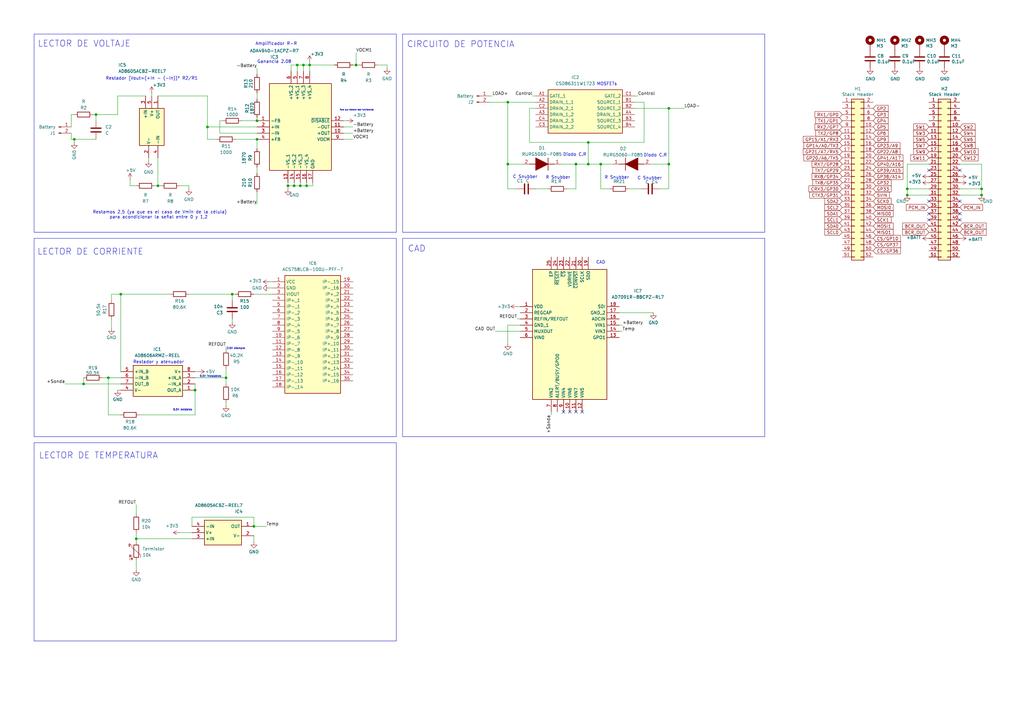
<source format=kicad_sch>
(kicad_sch (version 20250114) (generator "eeschema") (generator_version "9.0")
  (paper "A3")
  (lib_symbols
    (symbol "ACS758LCB-100U-PFF-T:ACS758LCB-100U-PFF-T"
      (property "Reference" "IC" (at 29.21 7.62 0))
      (property "Value" "ACS758LCB-100U-PFF-T" (at 29.21 5.08 0))
      (symbol "ACS758LCB-100U-PFF-T_1_1"
        (pin passive line (at 0 0 0) (length 5.08) (name "VCC") (number "1"))
        (pin passive line (at 0 -2.54 0) (length 5.08) (name "GND") (number "2"))
        (pin passive line (at 0 -5.08 0) (length 5.08) (name "VIOUT") (number "3"))
        (pin passive line (at 0 -7.62 0) (length 5.08) (name "IP+_1") (number "4"))
        (pin passive line (at 0 -10.16 0) (length 5.08) (name "IP-_1") (number "5"))
        (pin passive line (at 0 -12.7 0) (length 5.08) (name "IP-_2") (number "6"))
        (pin passive line (at 0 -15.24 0) (length 5.08) (name "IP-_3") (number "7"))
        (pin passive line (at 0 -17.78 0) (length 5.08) (name "IP-_4") (number "8"))
        (pin passive line (at 0 -20.32 0) (length 5.08) (name "IP-_5") (number "9"))
        (pin passive line (at 0 -22.86 0) (length 5.08) (name "IP-_6") (number "10"))
        (pin passive line (at 0 -25.4 0) (length 5.08) (name "IP-_7") (number "11"))
        (pin passive line (at 0 -27.94 0) (length 5.08) (name "IP-_8") (number "12"))
        (pin passive line (at 0 -30.48 0) (length 5.08) (name "IP-_9") (number "13"))
        (pin passive line (at 0 -33.02 0) (length 5.08) (name "IP-_10") (number "14"))
        (pin passive line (at 0 -35.56 0) (length 5.08) (name "IP-_11") (number "15"))
        (pin passive line (at 0 -38.1 0) (length 5.08) (name "IP-_12") (number "16"))
        (pin passive line (at 0 -40.64 0) (length 5.08) (name "IP-_13") (number "17"))
        (pin passive line (at 0 -43.18 0) (length 5.08) (name "IP-_14") (number "18"))
        (pin passive line (at 33.02 0 180) (length 5.08) (name "IP-_15") (number "19"))
        (pin passive line (at 33.02 -2.54 180) (length 5.08) (name "IP-_16") (number "20"))
        (pin passive line (at 33.02 -5.08 180) (length 5.08) (name "IP+_2") (number "21"))
        (pin passive line (at 33.02 -7.62 180) (length 5.08) (name "IP+_3") (number "22"))
        (pin passive line (at 33.02 -10.16 180) (length 5.08) (name "IP+_4") (number "23"))
        (pin passive line (at 33.02 -12.7 180) (length 5.08) (name "IP+_5") (number "24"))
        (pin passive line (at 33.02 -15.24 180) (length 5.08) (name "IP+_6") (number "25"))
        (pin passive line (at 33.02 -17.78 180) (length 5.08) (name "IP+_7") (number "26"))
        (pin passive line (at 33.02 -20.32 180) (length 5.08) (name "IP+_8") (number "27"))
        (pin passive line (at 33.02 -22.86 180) (length 5.08) (name "IP+_9") (number "28"))
        (pin passive line (at 33.02 -25.4 180) (length 5.08) (name "IP+_10") (number "29"))
        (pin passive line (at 33.02 -27.94 180) (length 5.08) (name "IP+_11") (number "30"))
        (pin passive line (at 33.02 -30.48 180) (length 5.08) (name "IP+_12") (number "31"))
        (pin passive line (at 33.02 -33.02 180) (length 5.08) (name "IP+_13") (number "32"))
        (pin passive line (at 33.02 -35.56 180) (length 5.08) (name "IP+_14") (number "33"))
        (pin passive line (at 33.02 -38.1 180) (length 5.08) (name "IP+_15") (number "34"))
        (pin passive line (at 33.02 -40.64 180) (length 5.08) (name "IP+_16") (number "35"))
      )
    )
    (symbol "AD7091R-8BCPZ-RL7:AD7091R-8BCPZ-RL7"
      (property "Reference" "IC" (at 36.83 20.32 0))
      (property "Value" "AD7091R-8BCPZ-RL7" (at 36.83 17.78 0))
      (symbol "AD7091R-8BCPZ-RL7_1_1"
        (pin passive line (at 0 0 0) (length 5.08) (name "VDD") (number "1"))
        (pin passive line (at 0 -2.54 0) (length 5.08) (name "REGCAP") (number "2"))
        (pin passive line (at 0 -5.08 0) (length 5.08) (name "REFIN/REFOUT") (number "3"))
        (pin passive line (at 0 -7.62 0) (length 5.08) (name "GND_1") (number "4"))
        (pin passive line (at 0 -10.16 0) (length 5.08) (name "MUXOUT") (number "5"))
        (pin passive line (at 0 -12.7 0) (length 5.08) (name "VIN0") (number "6"))
        (pin passive line (at 12.7 20.32 270) (length 5.08) (name "EP") (number "25"))
        (pin passive line (at 12.7 -43.18 90) (length 5.08) (name "VIN2") (number "7"))
        (pin passive line (at 15.24 20.32 270) (length 5.08) (name "~{RESET}") (number "24"))
        (pin passive line (at 15.24 -43.18 90) (length 5.08) (name "ALERT/BUSY/GPO0") (number "8"))
        (pin passive line (at 17.78 20.32 270) (length 5.08) (name "~{CS}") (number "23"))
        (pin passive line (at 17.78 -43.18 90) (length 5.08) (name "VIN4") (number "9"))
        (pin passive line (at 20.32 20.32 270) (length 5.08) (name "VDRIVE") (number "22"))
        (pin passive line (at 20.32 -43.18 90) (length 5.08) (name "VIN6") (number "10"))
        (pin passive line (at 22.86 20.32 270) (length 5.08) (name "~{CONVST}") (number "21"))
        (pin passive line (at 22.86 -43.18 90) (length 5.08) (name "VIN7") (number "11"))
        (pin passive line (at 25.4 20.32 270) (length 5.08) (name "SCLK") (number "20"))
        (pin passive line (at 25.4 -43.18 90) (length 5.08) (name "VIN5") (number "12"))
        (pin passive line (at 27.94 20.32 270) (length 5.08) (name "SDO") (number "19"))
        (pin passive line (at 40.64 0 180) (length 5.08) (name "SDI") (number "18"))
        (pin passive line (at 40.64 -2.54 180) (length 5.08) (name "GND_2") (number "17"))
        (pin passive line (at 40.64 -5.08 180) (length 5.08) (name "ADCIN") (number "16"))
        (pin passive line (at 40.64 -7.62 180) (length 5.08) (name "VIN1") (number "15"))
        (pin passive line (at 40.64 -10.16 180) (length 5.08) (name "VIN3") (number "14"))
        (pin passive line (at 40.64 -12.7 180) (length 5.08) (name "GPO1") (number "13"))
      )
    )
    (symbol "AD8605ACBZ-REEL7:AD8605ACBZ-REEL7"
      (property "Reference" "IC5" (at 11.4299 3.81 90))
      (property "Value" "AD8605ACBZ-REEL7" (at 13.9699 3.81 90))
      (symbol "AD8605ACBZ-REEL7_1_1"
        (pin passive line (at 0 0 0) (length 5.08) (name "OUT") (number "1"))
        (pin passive line (at 0 -2.54 0) (length 5.08) (name "V+") (number "5"))
        (pin passive line (at 0 -5.08 0) (length 5.08) (name "+IN") (number "3"))
        (pin passive line (at 25.4 0 180) (length 5.08) (name "-IN") (number "4"))
        (pin passive line (at 25.4 -3.81 180) (length 5.08) (name "V-") (number "2"))
      )
    )
    (symbol "AD8605ACBZ-REEL7_1"
      (property "Reference" "IC4" (at 20.828 6.096 0))
      (property "Value" "AD8605ACBZ-REEL7" (at 20.828 8.636 0))
      (symbol "AD8605ACBZ-REEL7_1_1_1"
        (pin passive line (at 0 0 0) (length 5.08) (name "-IN") (number "4"))
        (pin passive line (at 0 -2.54 0) (length 5.08) (name "V+") (number "5"))
        (pin passive line (at 0 -5.08 0) (length 5.08) (name "+IN") (number "3"))
        (pin passive line (at 25.4 0 180) (length 5.08) (name "OUT") (number "1"))
        (pin passive line (at 25.4 -3.81 180) (length 5.08) (name "V-") (number "2"))
      )
    )
    (symbol "AD8606ARMZ-REEL:AD8606ARMZ-REEL"
      (property "Reference" "IC1" (at 15.24 -15.24 0))
      (property "Value" "AD8606ARMZ-REEL" (at 15.24 -12.7 0))
      (symbol "AD8606ARMZ-REEL_1_1"
        (pin passive line (at 0 0 0) (length 5.08) (name "OUT_A") (number "1"))
        (pin passive line (at 0 -2.54 0) (length 5.08) (name "-IN_A") (number "2"))
        (pin passive line (at 0 -5.08 0) (length 5.08) (name "+IN_A") (number "3"))
        (pin passive line (at 0 -7.62 0) (length 5.08) (name "V+") (number "8"))
        (pin passive line (at 30.48 0 180) (length 5.08) (name "V-") (number "4"))
        (pin passive line (at 30.48 -2.54 180) (length 5.08) (name "OUT_B") (number "7"))
        (pin passive line (at 30.48 -5.08 180) (length 5.08) (name "-IN_B") (number "6"))
        (pin passive line (at 30.48 -7.62 180) (length 5.08) (name "+IN_B") (number "5"))
      )
    )
    (symbol "ADA4940-1ACPZ-R7:ADA4940-1ACPZ-R7"
      (property "Reference" "IC3" (at 0.508 20.32 0))
      (property "Value" "ADA4940-1ACPZ-R7" (at -7.874 23.114 0))
      (symbol "ADA4940-1ACPZ-R7_1_1"
        (pin passive line (at 0 0 0) (length 5.08) (name "-FB") (number "1"))
        (pin passive line (at 0 -2.54 0) (length 5.08) (name "+IN") (number "2"))
        (pin passive line (at 0 -5.08 0) (length 5.08) (name "-IN") (number "3"))
        (pin passive line (at 0 -7.62 0) (length 5.08) (name "+FB") (number "4"))
        (pin passive line (at 12.7 -25.4 90) (length 5.08) (name "-VS_1") (number "13"))
        (pin passive line (at 13.97 20.32 270) (length 5.08) (name "+VS_2") (number "6"))
        (pin passive line (at 15.24 -25.4 90) (length 5.08) (name "-VS_2") (number "14"))
        (pin passive line (at 16.51 20.32 270) (length 5.08) (name "+VS_1") (number "5"))
        (pin passive line (at 17.78 -25.4 90) (length 5.08) (name "-VS_3") (number "15"))
        (pin passive line (at 19.05 20.32 270) (length 5.08) (name "+VS_3") (number "7"))
        (pin passive line (at 20.32 -25.4 90) (length 5.08) (name "-VS_4") (number "16"))
        (pin passive line (at 21.59 20.32 270) (length 5.08) (name "+VS_4") (number "8"))
        (pin passive line (at 22.86 -25.4 90) (length 5.08) (name "GND") (number "17"))
        (pin passive line (at 35.56 0 180) (length 5.08) (name "~{DISABLE}") (number "12"))
        (pin passive line (at 35.56 -2.54 180) (length 5.08) (name "-OUT") (number "11"))
        (pin passive line (at 35.56 -5.08 180) (length 5.08) (name "+OUT") (number "10"))
        (pin passive line (at 35.56 -7.62 180) (length 5.08) (name "VOCM") (number "9"))
      )
    )
    (symbol "CSD86311W1723:CSD86311W1723"
      (property "Reference" "IC2" (at 16.256 7.62 0))
      (property "Value" "CSD86311W1723" (at 16.256 5.08 0))
      (symbol "CSD86311W1723_1_1"
        (pin passive line (at 0 0 0) (length 5.08) (name "GATE_1") (number "A1"))
        (pin passive line (at 0 -2.54 0) (length 5.08) (name "DRAIN_1_1") (number "A2"))
        (pin passive line (at 0 -5.08 0) (length 5.08) (name "DRAIN_2_1") (number "C2"))
        (pin passive line (at 0 -7.62 0) (length 5.08) (name "DRAIN_1_2") (number "A3"))
        (pin passive line (at 0 -10.16 0) (length 5.08) (name "DRAIN_2_3") (number "C4"))
        (pin passive line (at 0 -12.7 0) (length 5.08) (name "DRAIN_2_2") (number "C3"))
        (pin passive line (at 40.64 0 180) (length 5.08) (name "GATE_2") (number "C1"))
        (pin passive line (at 40.64 -2.54 180) (length 5.08) (name "SOURCE_1") (number "B1"))
        (pin passive line (at 40.64 -5.08 180) (length 5.08) (name "SOURCE_2") (number "B2"))
        (pin passive line (at 40.64 -7.62 180) (length 5.08) (name "DRAIN_1_3") (number "A4"))
        (pin passive line (at 40.64 -10.16 180) (length 5.08) (name "SOURCE_3") (number "B3"))
        (pin passive line (at 40.64 -12.7 180) (length 5.08) (name "SOURCE_4") (number "B4"))
      )
    )
    (symbol "Connector:Conn_01x02_Pin" (pin_names (offset 1.016) (hide yes))
      (property "Reference" "J" (at 0 2.54 0))
      (property "Value" "Conn_01x02_Pin" (at 0 -5.08 0))
      (symbol "Conn_01x02_Pin_1_1"
        (pin passive line (at 5.08 0 180) (length 3.81) (name "Pin_1") (number "1"))
        (pin passive line (at 5.08 -2.54 180) (length 3.81) (name "Pin_2") (number "2"))
      )
    )
    (symbol "Connector_Generic:Conn_02x26_Odd_Even" (pin_names (offset 1.016) (hide yes))
      (property "Reference" "J" (at 1.27 33.02 0))
      (property "Value" "Conn_02x26_Odd_Even" (at 1.27 -35.56 0))
      (symbol "Conn_02x26_Odd_Even_1_1"
        (pin passive line (at -5.08 30.48 0) (length 3.81) (name "Pin_1") (number "1"))
        (pin passive line (at -5.08 27.94 0) (length 3.81) (name "Pin_3") (number "3"))
        (pin passive line (at -5.08 25.4 0) (length 3.81) (name "Pin_5") (number "5"))
        (pin passive line (at -5.08 22.86 0) (length 3.81) (name "Pin_7") (number "7"))
        (pin passive line (at -5.08 20.32 0) (length 3.81) (name "Pin_9") (number "9"))
        (pin passive line (at -5.08 17.78 0) (length 3.81) (name "Pin_11") (number "11"))
        (pin passive line (at -5.08 15.24 0) (length 3.81) (name "Pin_13") (number "13"))
        (pin passive line (at -5.08 12.7 0) (length 3.81) (name "Pin_15") (number "15"))
        (pin passive line (at -5.08 10.16 0) (length 3.81) (name "Pin_17") (number "17"))
        (pin passive line (at -5.08 7.62 0) (length 3.81) (name "Pin_19") (number "19"))
        (pin passive line (at -5.08 5.08 0) (length 3.81) (name "Pin_21") (number "21"))
        (pin passive line (at -5.08 2.54 0) (length 3.81) (name "Pin_23") (number "23"))
        (pin passive line (at -5.08 0 0) (length 3.81) (name "Pin_25") (number "25"))
        (pin passive line (at -5.08 -2.54 0) (length 3.81) (name "Pin_27") (number "27"))
        (pin passive line (at -5.08 -5.08 0) (length 3.81) (name "Pin_29") (number "29"))
        (pin passive line (at -5.08 -7.62 0) (length 3.81) (name "Pin_31") (number "31"))
        (pin passive line (at -5.08 -10.16 0) (length 3.81) (name "Pin_33") (number "33"))
        (pin passive line (at -5.08 -12.7 0) (length 3.81) (name "Pin_35") (number "35"))
        (pin passive line (at -5.08 -15.24 0) (length 3.81) (name "Pin_37") (number "37"))
        (pin passive line (at -5.08 -17.78 0) (length 3.81) (name "Pin_39") (number "39"))
        (pin passive line (at -5.08 -20.32 0) (length 3.81) (name "Pin_41") (number "41"))
        (pin passive line (at -5.08 -22.86 0) (length 3.81) (name "Pin_43") (number "43"))
        (pin passive line (at -5.08 -25.4 0) (length 3.81) (name "Pin_45") (number "45"))
        (pin passive line (at -5.08 -27.94 0) (length 3.81) (name "Pin_47") (number "47"))
        (pin passive line (at -5.08 -30.48 0) (length 3.81) (name "Pin_49") (number "49"))
        (pin passive line (at -5.08 -33.02 0) (length 3.81) (name "Pin_51") (number "51"))
        (pin passive line (at 7.62 30.48 180) (length 3.81) (name "Pin_2") (number "2"))
        (pin passive line (at 7.62 27.94 180) (length 3.81) (name "Pin_4") (number "4"))
        (pin passive line (at 7.62 25.4 180) (length 3.81) (name "Pin_6") (number "6"))
        (pin passive line (at 7.62 22.86 180) (length 3.81) (name "Pin_8") (number "8"))
        (pin passive line (at 7.62 20.32 180) (length 3.81) (name "Pin_10") (number "10"))
        (pin passive line (at 7.62 17.78 180) (length 3.81) (name "Pin_12") (number "12"))
        (pin passive line (at 7.62 15.24 180) (length 3.81) (name "Pin_14") (number "14"))
        (pin passive line (at 7.62 12.7 180) (length 3.81) (name "Pin_16") (number "16"))
        (pin passive line (at 7.62 10.16 180) (length 3.81) (name "Pin_18") (number "18"))
        (pin passive line (at 7.62 7.62 180) (length 3.81) (name "Pin_20") (number "20"))
        (pin passive line (at 7.62 5.08 180) (length 3.81) (name "Pin_22") (number "22"))
        (pin passive line (at 7.62 2.54 180) (length 3.81) (name "Pin_24") (number "24"))
        (pin passive line (at 7.62 0 180) (length 3.81) (name "Pin_26") (number "26"))
        (pin passive line (at 7.62 -2.54 180) (length 3.81) (name "Pin_28") (number "28"))
        (pin passive line (at 7.62 -5.08 180) (length 3.81) (name "Pin_30") (number "30"))
        (pin passive line (at 7.62 -7.62 180) (length 3.81) (name "Pin_32") (number "32"))
        (pin passive line (at 7.62 -10.16 180) (length 3.81) (name "Pin_34") (number "34"))
        (pin passive line (at 7.62 -12.7 180) (length 3.81) (name "Pin_36") (number "36"))
        (pin passive line (at 7.62 -15.24 180) (length 3.81) (name "Pin_38") (number "38"))
        (pin passive line (at 7.62 -17.78 180) (length 3.81) (name "Pin_40") (number "40"))
        (pin passive line (at 7.62 -20.32 180) (length 3.81) (name "Pin_42") (number "42"))
        (pin passive line (at 7.62 -22.86 180) (length 3.81) (name "Pin_44") (number "44"))
        (pin passive line (at 7.62 -25.4 180) (length 3.81) (name "Pin_46") (number "46"))
        (pin passive line (at 7.62 -27.94 180) (length 3.81) (name "Pin_48") (number "48"))
        (pin passive line (at 7.62 -30.48 180) (length 3.81) (name "Pin_50") (number "50"))
        (pin passive line (at 7.62 -33.02 180) (length 3.81) (name "Pin_52") (number "52"))
      )
    )
    (symbol "Device:C" (pin_numbers (hide yes)) (pin_names (offset 0.254))
      (property "Reference" "C" (at 0.635 2.54 0))
      (property "Value" "C" (at 0.635 -2.54 0))
      (symbol "C_1_1"
        (pin passive line (at 0 3.81 270) (length 2.794) (name "~") (number "1"))
        (pin passive line (at 0 -3.81 90) (length 2.794) (name "~") (number "2"))
      )
    )
    (symbol "Device:R" (pin_numbers (hide yes)) (pin_names (offset 0))
      (property "Reference" "R" (at 2.032 0 90))
      (property "Value" "R" (at 0 0 90))
      (symbol "R_1_1"
        (pin passive line (at 0 3.81 270) (length 1.27) (name "~") (number "1"))
        (pin passive line (at 0 -3.81 90) (length 1.27) (name "~") (number "2"))
      )
    )
    (symbol "Device:Thermistor_NTC" (pin_numbers (hide yes)) (pin_names (offset 0))
      (property "Reference" "TH" (at -4.445 0 90))
      (property "Value" "Thermistor_NTC" (at 3.175 0 90))
      (symbol "Thermistor_NTC_1_1"
        (pin passive line (at 0 3.81 270) (length 1.27) (name "~") (number "1"))
        (pin passive line (at 0 -3.81 90) (length 1.27) (name "~") (number "2"))
      )
    )
    (symbol "Mechanical:MountingHole_Pad" (pin_numbers (hide yes)) (pin_names (offset 1.016) (hide yes))
      (property "Reference" "H" (at 0 6.35 0))
      (property "Value" "MountingHole_Pad" (at 0 4.445 0))
      (symbol "MountingHole_Pad_1_1"
        (pin input line (at 0 -2.54 90) (length 2.54) (name "1") (number "1"))
      )
    )
    (symbol "RURG5060-F085:RURG5060-F085" (pin_names (hide yes))
      (property "Reference" "D" (at 11.43 5.08 0))
      (property "Value" "RURG5060-F085" (at 11.43 2.54 0))
      (symbol "RURG5060-F085_1_1"
        (pin passive line (at 0 0 0) (length 2.54) (name "K") (number "1"))
        (pin passive line (at 15.24 0 180) (length 2.54) (name "A") (number "2"))
      )
    )
    (symbol "Sensor_Temperature:DS18B20"
      (property "Reference" "U" (at -3.81 6.35 0))
      (property "Value" "DS18B20" (at 6.35 6.35 0))
      (symbol "DS18B20_1_1"
        (pin power_in line (at 0 7.62 270) (length 2.54) (name "V_{DD}") (number "3"))
        (pin power_in line (at 0 -7.62 90) (length 2.54) (name "GND") (number "1"))
        (pin bidirectional line (at 7.62 0 180) (length 2.54) (name "DQ") (number "2"))
      )
    )
    (symbol "power:+3V3" (power) (pin_names (offset 0))
      (property "Value" "+3V3" (at 0 3.556 0))
      (symbol "+3V3_1_1"
        (pin power_in line (at 0 0 90) (length 0) (hide yes) (name "+3V3") (number "1"))
      )
    )
    (symbol "power:+5V" (power) (pin_names (offset 0))
      (property "Value" "+5V" (at 0 3.556 0))
      (symbol "+5V_1_1"
        (pin power_in line (at 0 0 90) (length 0) (hide yes) (name "+5V") (number "1"))
      )
    )
    (symbol "power:+BATT" (power) (pin_names (offset 0))
      (property "Value" "+BATT" (at 0 3.556 0))
      (symbol "+BATT_1_1"
        (pin power_in line (at 0 0 90) (length 0) (hide yes) (name "+BATT") (number "1"))
      )
    )
    (symbol "power:GND" (power) (pin_names (offset 0))
      (property "Value" "GND" (at 0 -3.81 0))
      (symbol "GND_1_1"
        (pin power_in line (at 0 0 270) (length 0) (hide yes) (name "GND") (number "1"))
      )
    )
  )
  (rectangle (start 165.1 97.79) (end 313.69 179.07))
  (rectangle (start 13.97 181.61) (end 162.56 262.89))
  (rectangle (start 13.97 13.97) (end 162.56 95.25))
  (rectangle (start 13.97 97.79) (end 162.56 179.07))
  (rectangle (start 165.1 13.97) (end 313.69 95.25))
  (text "Amplificador R-R" (at 113.284 18.034 0) (effects (font (size 1.27 1.27))))
  (text "LECTOR DE TEMPERATURA" (at 40.386 186.944 0) (effects (font (size 2.54 2.54))))
  (text "2.5V siempre " (at 97.028 143.002 0) (effects (font (size 0.762 0.762))))
  (text "Para que siempre este funcionando" (at 146.304 45.212 0) (effects (font (size 0.508 0.508))))
  (text "CAD\n" (at 246.38 107.696 0) (effects (font (size 1.27 1.27))))
  (text "R Snubber\n" (at 252.984 72.898 0) (effects (font (size 1.27 1.27))))
  (text "0.5V estables\n" (at 74.93 168.148 0) (effects (font (size 0.762 0.762))))
  (text "Diodo C.R" (at 268.732 63.754 0) (effects (font (size 1.27 1.27))))
  (text "Ganancia 2.08\n" (at 112.522 25.4 0) (effects (font (size 1.27 1.27))))
  (text "C Snubber\n" (at 266.446 73.152 0) (effects (font (size 1.27 1.27))))
  (text "Restador y atenuador\n" (at 65.024 148.59 0) (effects (font (size 1.27 1.27))))
  (text "C Snubber\n" (at 215.392 72.644 0) (effects (font (size 1.27 1.27))))
  (text "R Snubber\n" (at 228.854 72.898 0) (effects (font (size 1.27 1.27))))
  (text "LECTOR DE VOLTAJE" (at 34.544 18.034 0) (effects (font (size 2.54 2.54))))
  (text "LECTOR DE CORRIENTE" (at 37.084 103.378 0) (effects (font (size 2.54 2.54))))
  (text "Diodo C.R" (at 235.712 63.5 0) (effects (font (size 1.27 1.27))))
  (text "Restamos 2,5 (ya que es el caso de Vmin de la célula)\npara acondicionar la señal entre 0 y 1,2 \n" (at 65.532 88.138 0) (effects (font (size 1.27 1.27))))
  (text "CIRCUITO DE POTENCIA" (at 188.976 18.288 0) (effects (font (size 2.54 2.54))))
  (text "0.5V inestables\n" (at 86.36 154.432 0) (effects (font (size 0.762 0.762))))
  (text "MOSFETs\n" (at 248.92 34.544 0) (effects (font (size 1.27 1.27))))
  (text "Restador [Vout=(+In - (-In))* R2/R1" (at 62.23 32.258 0) (effects (font (size 1.27 1.27))))
  (text "CAD" (at 170.942 102.108 0) (effects (font (size 2.54 2.54))))
  (text "No se ha encontrado símbolo ni huella del sensor de temperatura escogido" (at -52.832 161.798 0) (effects (font (size 1.27 1.27))))
  (junction (at 85.09 52.07))
  (junction (at 402.59 80.01))
  (junction (at 39.37 46.99))
  (junction (at 208.28 67.31))
  (junction (at 80.01 160.02))
  (junction (at 241.3 67.31))
  (junction (at 44.45 154.94))
  (junction (at 64.77 76.2))
  (junction (at 124.46 26.67))
  (junction (at 236.22 67.31))
  (junction (at 95.25 120.65))
  (junction (at 274.32 44.45))
  (junction (at 372.11 77.47))
  (junction (at 55.88 220.98))
  (junction (at 246.38 67.31))
  (junction (at 30.48 57.15))
  (junction (at 34.29 157.48))
  (junction (at 208.28 41.91))
  (junction (at 121.92 26.67))
  (junction (at 120.65 76.2))
  (junction (at 125.73 76.2))
  (junction (at 104.14 215.9))
  (junction (at 402.59 77.47))
  (junction (at 372.11 80.01))
  (junction (at 241.3 58.42))
  (junction (at 118.11 76.2))
  (junction (at 105.41 57.15))
  (junction (at 49.53 120.65))
  (junction (at 127 26.67))
  (junction (at 92.71 154.94))
  (junction (at 123.19 76.2))
  (junction (at 146.05 26.67))
  (junction (at 274.32 67.31))
  (junction (at 105.41 49.53))
  (no_connect (at 381 87.63))
  (no_connect (at 381 82.55))
  (no_connect (at 393.7 82.55))
  (no_connect (at 238.76 168.91))
  (no_connect (at 233.68 168.91))
  (no_connect (at 236.22 168.91))
  (no_connect (at 231.14 168.91))
  (no_connect (at 381 69.85))
  (no_connect (at 381 90.17))
  (no_connect (at 393.7 87.63))
  (no_connect (at 393.7 90.17))
  (no_connect (at 393.7 69.85))
  (wire (pts (xy 38.1 46.99) (xy 39.37 46.99)))
  (wire (pts (xy 208.28 41.91) (xy 219.71 41.91)))
  (wire (pts (xy 254 135.89) (xy 255.27 135.89)))
  (wire (pts (xy 104.14 215.9) (xy 104.14 212.09)))
  (wire (pts (xy 158.75 26.67) (xy 158.75 27.94)))
  (wire (pts (xy 92.71 151.13) (xy 92.71 154.94)))
  (wire (pts (xy 85.09 57.15) (xy 85.09 52.07)))
  (wire (pts (xy 92.71 142.24) (xy 92.71 143.51)))
  (wire (pts (xy 30.48 57.15) (xy 39.37 57.15)))
  (wire (pts (xy 59.69 39.37) (xy 48.26 39.37)))
  (wire (pts (xy 127 29.21) (xy 127 26.67)))
  (wire (pts (xy 127 26.67) (xy 127 25.4)))
  (wire (pts (xy 203.2 135.89) (xy 213.36 135.89)))
  (wire (pts (xy 200.66 39.37) (xy 201.93 39.37)))
  (wire (pts (xy 90.17 49.53) (xy 91.44 49.53)))
  (wire (pts (xy 274.32 44.45) (xy 274.32 67.31)))
  (wire (pts (xy 226.06 168.91) (xy 226.06 170.18)))
  (wire (pts (xy 140.97 54.61) (xy 144.78 54.61)))
  (wire (pts (xy 208.28 67.31) (xy 208.28 77.47)))
  (wire (pts (xy 41.91 154.94) (xy 44.45 154.94)))
  (wire (pts (xy 105.41 57.15) (xy 105.41 60.96)))
  (wire (pts (xy 128.27 76.2) (xy 125.73 76.2)))
  (wire (pts (xy 154.94 26.67) (xy 158.75 26.67)))
  (wire (pts (xy 212.09 130.81) (xy 213.36 130.81)))
  (wire (pts (xy 80.01 152.4) (xy 81.28 152.4)))
  (wire (pts (xy 121.92 29.21) (xy 121.92 26.67)))
  (wire (pts (xy 39.37 46.99) (xy 39.37 49.53)))
  (wire (pts (xy 124.46 29.21) (xy 124.46 26.67)))
  (wire (pts (xy 110.49 115.57) (xy 111.76 115.57)))
  (wire (pts (xy 29.21 52.07) (xy 29.21 46.99)))
  (wire (pts (xy 105.41 68.58) (xy 105.41 71.12)))
  (wire (pts (xy 34.29 154.94) (xy 34.29 157.48)))
  (wire (pts (xy 121.92 26.67) (xy 119.38 26.67)))
  (wire (pts (xy 99.06 49.53) (xy 105.41 49.53)))
  (wire (pts (xy 92.71 165.1) (xy 92.71 166.37)))
  (wire (pts (xy 146.05 21.59) (xy 146.05 26.67)))
  (wire (pts (xy 254 133.35) (xy 255.27 133.35)))
  (wire (pts (xy 219.71 44.45) (xy 217.17 44.45)))
  (wire (pts (xy 280.67 44.45) (xy 274.32 44.45)))
  (wire (pts (xy 105.41 40.64) (xy 105.41 38.1)))
  (wire (pts (xy 49.53 120.65) (xy 69.85 120.65)))
  (wire (pts (xy 270.51 77.47) (xy 274.32 77.47)))
  (wire (pts (xy 372.11 67.31) (xy 372.11 77.47)))
  (wire (pts (xy 85.09 39.37) (xy 85.09 52.07)))
  (wire (pts (xy 208.28 41.91) (xy 208.28 67.31)))
  (wire (pts (xy 125.73 74.93) (xy 125.73 76.2)))
  (wire (pts (xy 44.45 154.94) (xy 49.53 154.94)))
  (wire (pts (xy 218.44 39.37) (xy 219.71 39.37)))
  (wire (pts (xy 372.11 80.01) (xy 381 80.01)))
  (wire (pts (xy 55.88 229.87) (xy 55.88 233.68)))
  (wire (pts (xy 260.35 41.91) (xy 264.16 41.91)))
  (wire (pts (xy 372.11 77.47) (xy 381 77.47)))
  (wire (pts (xy 30.48 57.15) (xy 29.21 57.15)))
  (wire (pts (xy 128.27 74.93) (xy 128.27 76.2)))
  (wire (pts (xy 144.78 26.67) (xy 146.05 26.67)))
  (wire (pts (xy 246.38 77.47) (xy 250.19 77.47)))
  (wire (pts (xy 200.66 41.91) (xy 208.28 41.91)))
  (wire (pts (xy 266.7 67.31) (xy 274.32 67.31)))
  (wire (pts (xy 53.34 73.66) (xy 53.34 76.2)))
  (wire (pts (xy 73.66 76.2) (xy 77.47 76.2)))
  (wire (pts (xy 217.17 44.45) (xy 217.17 58.42)))
  (wire (pts (xy 26.67 157.48) (xy 34.29 157.48)))
  (wire (pts (xy 90.17 54.61) (xy 105.41 54.61)))
  (wire (pts (xy 241.3 67.31) (xy 246.38 67.31)))
  (wire (pts (xy 120.65 74.93) (xy 120.65 76.2)))
  (wire (pts (xy 55.88 220.98) (xy 78.74 220.98)))
  (wire (pts (xy 34.29 157.48) (xy 49.53 157.48)))
  (wire (pts (xy 63.5 76.2) (xy 64.77 76.2)))
  (wire (pts (xy 262.89 77.47) (xy 257.81 77.47)))
  (wire (pts (xy 217.17 58.42) (xy 241.3 58.42)))
  (wire (pts (xy 208.28 77.47) (xy 212.09 77.47)))
  (wire (pts (xy 261.62 39.37) (xy 260.35 39.37)))
  (wire (pts (xy 264.16 41.91) (xy 264.16 58.42)))
  (wire (pts (xy 120.65 76.2) (xy 123.19 76.2)))
  (wire (pts (xy 236.22 67.31) (xy 236.22 77.47)))
  (wire (pts (xy 105.41 27.94) (xy 105.41 30.48)))
  (wire (pts (xy 92.71 154.94) (xy 92.71 157.48)))
  (wire (pts (xy 104.14 215.9) (xy 109.22 215.9)))
  (wire (pts (xy 118.11 76.2) (xy 120.65 76.2)))
  (wire (pts (xy 146.05 26.67) (xy 147.32 26.67)))
  (wire (pts (xy 393.7 80.01) (xy 402.59 80.01)))
  (wire (pts (xy 127 26.67) (xy 124.46 26.67)))
  (wire (pts (xy 49.53 170.18) (xy 44.45 170.18)))
  (wire (pts (xy 241.3 58.42) (xy 241.3 67.31)))
  (wire (pts (xy 274.32 67.31) (xy 274.32 77.47)))
  (wire (pts (xy 62.23 38.1) (xy 62.23 39.37)))
  (wire (pts (xy 85.09 52.07) (xy 105.41 52.07)))
  (wire (pts (xy 402.59 67.31) (xy 402.59 77.47)))
  (wire (pts (xy 119.38 29.21) (xy 119.38 26.67)))
  (wire (pts (xy 29.21 57.15) (xy 29.21 54.61)))
  (wire (pts (xy 402.59 67.31) (xy 393.7 67.31)))
  (wire (pts (xy 77.47 120.65) (xy 95.25 120.65)))
  (wire (pts (xy 402.59 77.47) (xy 402.59 80.01)))
  (wire (pts (xy 96.52 57.15) (xy 105.41 57.15)))
  (wire (pts (xy 77.47 76.2) (xy 77.47 77.47)))
  (wire (pts (xy 64.77 64.77) (xy 64.77 76.2)))
  (wire (pts (xy 104.14 219.71) (xy 104.14 222.25)))
  (wire (pts (xy 219.71 77.47) (xy 224.79 77.47)))
  (wire (pts (xy 48.26 160.02) (xy 49.53 160.02)))
  (wire (pts (xy 55.88 207.01) (xy 55.88 210.82)))
  (wire (pts (xy 53.34 76.2) (xy 55.88 76.2)))
  (wire (pts (xy 95.25 120.65) (xy 96.52 120.65)))
  (wire (pts (xy 254 128.27) (xy 267.97 128.27)))
  (wire (pts (xy 229.87 67.31) (xy 236.22 67.31)))
  (wire (pts (xy 104.14 120.65) (xy 111.76 120.65)))
  (wire (pts (xy 212.09 125.73) (xy 213.36 125.73)))
  (wire (pts (xy 39.37 46.99) (xy 48.26 46.99)))
  (wire (pts (xy 213.36 133.35) (xy 208.28 133.35)))
  (wire (pts (xy 232.41 77.47) (xy 236.22 77.47)))
  (wire (pts (xy 127 26.67) (xy 137.16 26.67)))
  (wire (pts (xy 140.97 57.15) (xy 144.78 57.15)))
  (wire (pts (xy 264.16 58.42) (xy 241.3 58.42)))
  (wire (pts (xy 80.01 157.48) (xy 80.01 160.02)))
  (wire (pts (xy 125.73 76.2) (xy 123.19 76.2)))
  (wire (pts (xy 78.74 212.09) (xy 78.74 215.9)))
  (wire (pts (xy 80.01 170.18) (xy 57.15 170.18)))
  (wire (pts (xy 251.46 67.31) (xy 246.38 67.31)))
  (wire (pts (xy 73.66 218.44) (xy 78.74 218.44)))
  (wire (pts (xy 393.7 77.47) (xy 402.59 77.47)))
  (wire (pts (xy 29.21 46.99) (xy 30.48 46.99)))
  (wire (pts (xy 64.77 39.37) (xy 85.09 39.37)))
  (wire (pts (xy 104.14 212.09) (xy 78.74 212.09)))
  (wire (pts (xy 372.11 77.47) (xy 372.11 80.01)))
  (wire (pts (xy 214.63 67.31) (xy 208.28 67.31)))
  (wire (pts (xy 124.46 26.67) (xy 121.92 26.67)))
  (wire (pts (xy 90.17 54.61) (xy 90.17 49.53)))
  (wire (pts (xy 45.72 123.19) (xy 45.72 120.65)))
  (wire (pts (xy 95.25 120.65) (xy 95.25 123.19)))
  (wire (pts (xy 246.38 67.31) (xy 246.38 77.47)))
  (wire (pts (xy 381 67.31) (xy 372.11 67.31)))
  (wire (pts (xy 140.97 49.53) (xy 142.24 49.53)))
  (wire (pts (xy 140.97 52.07) (xy 144.78 52.07)))
  (wire (pts (xy 95.25 130.81) (xy 95.25 132.08)))
  (wire (pts (xy 55.88 220.98) (xy 55.88 222.25)))
  (wire (pts (xy 45.72 130.81) (xy 45.72 134.62)))
  (wire (pts (xy 80.01 154.94) (xy 92.71 154.94)))
  (wire (pts (xy 208.28 133.35) (xy 208.28 140.97)))
  (wire (pts (xy 118.11 77.47) (xy 118.11 76.2)))
  (wire (pts (xy 44.45 154.94) (xy 44.45 170.18)))
  (wire (pts (xy 80.01 160.02) (xy 80.01 170.18)))
  (wire (pts (xy 30.48 57.15) (xy 30.48 58.42)))
  (wire (pts (xy 49.53 120.65) (xy 49.53 152.4)))
  (wire (pts (xy 45.72 120.65) (xy 49.53 120.65)))
  (wire (pts (xy 48.26 39.37) (xy 48.26 46.99)))
  (wire (pts (xy 105.41 48.26) (xy 105.41 49.53)))
  (wire (pts (xy 236.22 67.31) (xy 241.3 67.31)))
  (wire (pts (xy 60.96 64.77) (xy 60.96 66.04)))
  (wire (pts (xy 105.41 78.74) (xy 105.41 83.82)))
  (wire (pts (xy 64.77 76.2) (xy 66.04 76.2)))
  (wire (pts (xy 88.9 57.15) (xy 85.09 57.15)))
  (wire (pts (xy 118.11 74.93) (xy 118.11 76.2)))
  (wire (pts (xy 274.32 44.45) (xy 260.35 44.45)))
  (wire (pts (xy 123.19 76.2) (xy 123.19 74.93)))
  (wire (pts (xy 110.49 118.11) (xy 111.76 118.11)))
  (wire (pts (xy 55.88 218.44) (xy 55.88 220.98)))
  (label "Temp" (at 255.27 135.89 0))
  (label "LOAD-" (at 280.67 44.45 0))
  (label "-Battery" (at 144.78 52.07 0))
  (label "+Sonda" (at 226.06 170.18 270))
  (label "REFOUT" (at 212.09 130.81 180))
  (label "LOAD+" (at 201.93 39.37 0))
  (label "REFOUT" (at 55.88 207.01 180))
  (label "CAD OUT" (at 203.2 135.89 180))
  (label "+Sonda" (at 26.67 157.48 180))
  (label "REFOUT" (at 92.71 142.24 180))
  (label "+Battery" (at 144.78 54.61 0))
  (label "-Battery" (at 105.41 27.94 180))
  (label "VOCM1" (at 146.05 21.59 0))
  (label "Control" (at 261.62 39.37 0))
  (label "Temp" (at 109.22 215.9 0))
  (label "VOCM1" (at 144.78 57.15 0))
  (label "+Battery" (at 105.41 83.82 180))
  (label "+Battery" (at 255.27 133.35 0))
  (label "Control" (at 218.44 39.37 180))
  (global_label "GP4" (shape input) (at 358.14 49.53 0) (property "Intersheetrefs" "${INTERSHEET_REFS}" (effects (hide yes))))
  (global_label "TX8{slash}GP35" (shape input) (at 345.44 74.93 180) (property "Intersheetrefs" "${INTERSHEET_REFS}" (effects (hide yes))))
  (global_label "CRX3{slash}GP30" (shape input) (at 345.44 77.47 180) (property "Intersheetrefs" "${INTERSHEET_REFS}" (effects (hide yes))))
  (global_label "SW3" (shape input) (at 381 54.61 180) (property "Intersheetrefs" "${INTERSHEET_REFS}" (effects (hide yes))))
  (global_label "SCK1" (shape input) (at 358.14 90.17 0) (property "Intersheetrefs" "${INTERSHEET_REFS}" (effects (hide yes))))
  (global_label "RX8{slash}GP34" (shape input) (at 345.44 72.39 180) (property "Intersheetrefs" "${INTERSHEET_REFS}" (effects (hide yes))))
  (global_label "TX1{slash}GP1" (shape input) (at 345.44 49.53 180) (property "Intersheetrefs" "${INTERSHEET_REFS}" (effects (hide yes))))
  (global_label "RX2{slash}GP7" (shape input) (at 345.44 52.07 180) (property "Intersheetrefs" "${INTERSHEET_REFS}" (effects (hide yes))))
  (global_label "SW11" (shape input) (at 381 64.77 180) (property "Intersheetrefs" "${INTERSHEET_REFS}" (effects (hide yes))))
  (global_label "GP2" (shape input) (at 358.14 44.45 0) (property "Intersheetrefs" "${INTERSHEET_REFS}" (effects (hide yes))))
  (global_label "SW5" (shape input) (at 381 57.15 180) (property "Intersheetrefs" "${INTERSHEET_REFS}" (effects (hide yes))))
  (global_label "BCR_OUT" (shape input) (at 393.7 92.71 0) (property "Intersheetrefs" "${INTERSHEET_REFS}" (effects (hide yes))))
  (global_label "GP38{slash}A14" (shape input) (at 358.14 72.39 0) (property "Intersheetrefs" "${INTERSHEET_REFS}" (effects (hide yes))))
  (global_label "5VIN" (shape input) (at 358.14 80.01 0) (property "Intersheetrefs" "${INTERSHEET_REFS}" (effects (hide yes))))
  (global_label "GP39{slash}A15" (shape input) (at 358.14 69.85 0) (property "Intersheetrefs" "${INTERSHEET_REFS}" (effects (hide yes))))
  (global_label "GP21{slash}A7{slash}RX5" (shape input) (at 345.44 62.23 180) (property "Intersheetrefs" "${INTERSHEET_REFS}" (effects (hide yes))))
  (global_label "SW8" (shape input) (at 393.7 59.69 0) (property "Intersheetrefs" "${INTERSHEET_REFS}" (effects (hide yes))))
  (global_label "SW1" (shape input) (at 381 52.07 180) (property "Intersheetrefs" "${INTERSHEET_REFS}" (effects (hide yes))))
  (global_label "GP20{slash}A6{slash}TX5" (shape input) (at 345.44 64.77 180) (property "Intersheetrefs" "${INTERSHEET_REFS}" (effects (hide yes))))
  (global_label "GP40{slash}A16" (shape input) (at 358.14 67.31 0) (property "Intersheetrefs" "${INTERSHEET_REFS}" (effects (hide yes))))
  (global_label "GP33" (shape input) (at 358.14 77.47 0) (property "Intersheetrefs" "${INTERSHEET_REFS}" (effects (hide yes))))
  (global_label "MISO1" (shape input) (at 358.14 95.25 0) (property "Intersheetrefs" "${INTERSHEET_REFS}" (effects (hide yes))))
  (global_label "GP15{slash}A1{slash}RX3" (shape input) (at 345.44 57.15 180) (property "Intersheetrefs" "${INTERSHEET_REFS}" (effects (hide yes))))
  (global_label "RX1{slash}GP0" (shape input) (at 345.44 46.99 180) (property "Intersheetrefs" "${INTERSHEET_REFS}" (effects (hide yes))))
  (global_label "SW10" (shape input) (at 393.7 62.23 0) (property "Intersheetrefs" "${INTERSHEET_REFS}" (effects (hide yes))))
  (global_label "SCK0" (shape input) (at 358.14 82.55 0) (property "Intersheetrefs" "${INTERSHEET_REFS}" (effects (hide yes))))
  (global_label "SCL0" (shape input) (at 345.44 95.25 180) (property "Intersheetrefs" "${INTERSHEET_REFS}" (effects (hide yes))))
  (global_label "BCR_OUT" (shape input) (at 393.7 95.25 0) (property "Intersheetrefs" "${INTERSHEET_REFS}" (effects (hide yes))))
  (global_label "SCL1" (shape input) (at 345.44 90.17 180) (property "Intersheetrefs" "${INTERSHEET_REFS}" (effects (hide yes))))
  (global_label "MOSI0" (shape input) (at 358.14 85.09 0) (property "Intersheetrefs" "${INTERSHEET_REFS}" (effects (hide yes))))
  (global_label "MOSI1" (shape input) (at 358.14 92.71 0) (property "Intersheetrefs" "${INTERSHEET_REFS}" (effects (hide yes))))
  (global_label "BCR_OUT" (shape input) (at 381 95.25 180) (property "Intersheetrefs" "${INTERSHEET_REFS}" (effects (hide yes))))
  (global_label "TX2{slash}GP8" (shape input) (at 345.44 54.61 180) (property "Intersheetrefs" "${INTERSHEET_REFS}" (effects (hide yes))))
  (global_label "SW6" (shape input) (at 393.7 57.15 0) (property "Intersheetrefs" "${INTERSHEET_REFS}" (effects (hide yes))))
  (global_label "GP9" (shape input) (at 358.14 57.15 0) (property "Intersheetrefs" "${INTERSHEET_REFS}" (effects (hide yes))))
  (global_label "TX7{slash}GP29" (shape input) (at 345.44 69.85 180) (property "Intersheetrefs" "${INTERSHEET_REFS}" (effects (hide yes))))
  (global_label "BCR_OUT" (shape input) (at 381 92.71 180) (property "Intersheetrefs" "${INTERSHEET_REFS}" (effects (hide yes))))
  (global_label "RX7{slash}GP28" (shape input) (at 345.44 67.31 180) (property "Intersheetrefs" "${INTERSHEET_REFS}" (effects (hide yes))))
  (global_label "SCL2" (shape input) (at 345.44 85.09 180) (property "Intersheetrefs" "${INTERSHEET_REFS}" (effects (hide yes))))
  (global_label "MISO0" (shape input) (at 358.14 87.63 0) (property "Intersheetrefs" "${INTERSHEET_REFS}" (effects (hide yes))))
  (global_label "CS{slash}GP36" (shape input) (at 358.14 102.87 0) (property "Intersheetrefs" "${INTERSHEET_REFS}" (effects (hide yes))))
  (global_label "GP23{slash}A9" (shape input) (at 358.14 59.69 0) (property "Intersheetrefs" "${INTERSHEET_REFS}" (effects (hide yes))))
  (global_label "GP3" (shape input) (at 358.14 46.99 0) (property "Intersheetrefs" "${INTERSHEET_REFS}" (effects (hide yes))))
  (global_label "GP6" (shape input) (at 358.14 54.61 0) (property "Intersheetrefs" "${INTERSHEET_REFS}" (effects (hide yes))))
  (global_label "CS{slash}GP37" (shape input) (at 358.14 100.33 0) (property "Intersheetrefs" "${INTERSHEET_REFS}" (effects (hide yes))))
  (global_label "GP14{slash}A0{slash}TX3" (shape input) (at 345.44 59.69 180) (property "Intersheetrefs" "${INTERSHEET_REFS}" (effects (hide yes))))
  (global_label "SW7" (shape input) (at 381 59.69 180) (property "Intersheetrefs" "${INTERSHEET_REFS}" (effects (hide yes))))
  (global_label "SW4" (shape input) (at 393.7 54.61 0) (property "Intersheetrefs" "${INTERSHEET_REFS}" (effects (hide yes))))
  (global_label "SW2" (shape input) (at 393.7 52.07 0) (property "Intersheetrefs" "${INTERSHEET_REFS}" (effects (hide yes))))
  (global_label "SDA0" (shape input) (at 345.44 92.71 180) (property "Intersheetrefs" "${INTERSHEET_REFS}" (effects (hide yes))))
  (global_label "GP5" (shape input) (at 358.14 52.07 0) (property "Intersheetrefs" "${INTERSHEET_REFS}" (effects (hide yes))))
  (global_label "GP22{slash}A8" (shape input) (at 358.14 62.23 0) (property "Intersheetrefs" "${INTERSHEET_REFS}" (effects (hide yes))))
  (global_label "SDA1" (shape input) (at 345.44 87.63 180) (property "Intersheetrefs" "${INTERSHEET_REFS}" (effects (hide yes))))
  (global_label "CTX3{slash}GP31" (shape input) (at 345.44 80.01 180) (property "Intersheetrefs" "${INTERSHEET_REFS}" (effects (hide yes))))
  (global_label "SW9" (shape input) (at 381 62.23 180) (property "Intersheetrefs" "${INTERSHEET_REFS}" (effects (hide yes))))
  (global_label "PCM_IN" (shape input) (at 393.7 85.09 0) (property "Intersheetrefs" "${INTERSHEET_REFS}" (effects (hide yes))))
  (global_label "SDA2" (shape input) (at 345.44 82.55 180) (property "Intersheetrefs" "${INTERSHEET_REFS}" (effects (hide yes))))
  (global_label "PCM_IN" (shape input) (at 381 85.09 180) (property "Intersheetrefs" "${INTERSHEET_REFS}" (effects (hide yes))))
  (global_label "GP41{slash}A17" (shape input) (at 358.14 64.77 0) (property "Intersheetrefs" "${INTERSHEET_REFS}" (effects (hide yes))))
  (global_label "GP32" (shape input) (at 358.14 74.93 0) (property "Intersheetrefs" "${INTERSHEET_REFS}" (effects (hide yes))))
  (global_label "CS{slash}GP10" (shape input) (at 358.14 97.79 0) (property "Intersheetrefs" "${INTERSHEET_REFS}" (effects (hide yes))))
  (global_label "SW12" (shape input) (at 393.7 64.77 0) (property "Intersheetrefs" "${INTERSHEET_REFS}" (effects (hide yes))))
  (symbol (lib_id "Connector_Generic:Conn_02x26_Odd_Even") (at 350.52 72.39 0) (unit 1)
    (property "Reference" "H1" (at 351.79 36.3982 0))
    (property "Value" "Stack Header" (at 351.79 38.7096 0))
    (property "Footprint" "Connector_PinHeader_2.54mm:PinHeader_2x26_P2.54mm_Vertical" (effects (hide yes)))
  )
  (symbol (lib_id "Connector_Generic:Conn_02x26_Odd_Even") (at 386.08 72.39 0) (unit 1)
    (property "Reference" "H2" (at 387.35 36.3982 0))
    (property "Value" "Stack Header" (at 387.35 38.7096 0))
    (property "Footprint" "Connector_PinHeader_2.54mm:PinHeader_2x26_P2.54mm_Vertical" (effects (hide yes)))
  )
  (symbol (lib_id "power:+5V") (at 381 72.39 90) (unit 1)
    (property "Reference" "#PWR035" (effects (hide yes)))
    (property "Value" "+5V" (at 377.7488 72.009 90) (effects (justify left)))
  )
  (symbol (lib_id "power:+3V3") (at 381 74.93 90) (unit 1)
    (property "Reference" "#PWR036" (effects (hide yes)))
    (property "Value" "+3V3" (at 377.7488 74.549 90) (effects (justify left)))
  )
  (symbol (lib_id "power:GND") (at 372.11 80.01 0) (unit 1)
    (property "Reference" "#PWR033" (effects (hide yes)))
    (property "Value" "GND" (at 369.57 82.55 0))
  )
  (symbol (lib_id "power:GND") (at 402.59 80.01 0) (unit 1)
    (property "Reference" "#PWR042" (effects (hide yes)))
    (property "Value" "GND" (at 405.13 82.55 0))
  )
  (symbol (lib_id "power:+BATT") (at 381 97.79 90) (unit 1)
    (property "Reference" "#PWR037" (effects (hide yes)))
    (property "Value" "+BATT" (at 377.7742 97.409 90) (effects (justify left)))
  )
  (symbol (lib_id "power:+BATT") (at 393.7 97.79 270) (unit 1)
    (property "Reference" "#PWR041" (effects (hide yes)))
    (property "Value" "+BATT" (at 396.9258 98.171 90) (effects (justify left)))
  )
  (symbol (lib_id "power:+5V") (at 393.7 72.39 270) (unit 1)
    (property "Reference" "#PWR039" (effects (hide yes)))
    (property "Value" "+5V" (at 396.9512 72.771 90) (effects (justify left)))
  )
  (symbol (lib_id "power:+3V3") (at 393.7 74.93 270) (unit 1)
    (property "Reference" "#PWR040" (effects (hide yes)))
    (property "Value" "+3V3" (at 396.9512 75.311 90) (effects (justify left)))
  )
  (symbol (lib_id "Mechanical:MountingHole_Pad") (at 367.03 17.78 0) (unit 1)
    (property "Reference" "MH2" (at 369.57 16.5354 0) (effects (justify left)))
    (property "Value" "M3" (at 369.57 18.8468 0) (effects (justify left)))
    (property "Footprint" "MountingHole:MountingHole_3.2mm_M3_Pad" (effects (hide yes)))
  )
  (symbol (lib_id "Mechanical:MountingHole_Pad") (at 387.35 17.78 0) (unit 1)
    (property "Reference" "MH4" (at 389.89 16.5354 0) (effects (justify left)))
    (property "Value" "M3" (at 389.89 18.8468 0) (effects (justify left)))
    (property "Footprint" "MountingHole:MountingHole_3.2mm_M3_Pad" (effects (hide yes)))
  )
  (symbol (lib_id "Mechanical:MountingHole_Pad") (at 356.87 17.78 0) (unit 1)
    (property "Reference" "MH1" (at 359.41 16.5354 0) (effects (justify left)))
    (property "Value" "M3" (at 359.41 18.8468 0) (effects (justify left)))
    (property "Footprint" "MountingHole:MountingHole_3.2mm_M3_Pad" (effects (hide yes)))
  )
  (symbol (lib_id "Mechanical:MountingHole_Pad") (at 377.19 17.78 0) (unit 1)
    (property "Reference" "MH3" (at 379.73 16.5354 0) (effects (justify left)))
    (property "Value" "M3" (at 379.73 18.8468 0) (effects (justify left)))
    (property "Footprint" "MountingHole:MountingHole_3.2mm_M3_Pad" (effects (hide yes)))
  )
  (symbol (lib_id "Device:C") (at 367.03 24.13 0) (unit 1)
    (property "Reference" "C9" (at 369.951 22.9616 0) (effects (justify left)))
    (property "Value" "0.1uF" (at 369.951 25.273 0) (effects (justify left)))
    (property "Footprint" "Capacitor_SMD:C_0805_2012Metric" (effects (hide yes)))
  )
  (symbol (lib_id "Device:C") (at 387.35 24.13 0) (unit 1)
    (property "Reference" "C11" (at 390.271 22.9616 0) (effects (justify left)))
    (property "Value" "0.1uF" (at 390.271 25.273 0) (effects (justify left)))
    (property "Footprint" "Capacitor_SMD:C_0805_2012Metric" (effects (hide yes)))
  )
  (symbol (lib_id "Device:C") (at 356.87 24.13 0) (unit 1)
    (property "Reference" "C8" (at 359.791 22.9616 0) (effects (justify left)))
    (property "Value" "0.1uF" (at 359.791 25.273 0) (effects (justify left)))
    (property "Footprint" "Capacitor_SMD:C_0805_2012Metric" (effects (hide yes)))
  )
  (symbol (lib_id "Device:C") (at 377.19 24.13 0) (unit 1)
    (property "Reference" "C10" (at 380.111 22.9616 0) (effects (justify left)))
    (property "Value" "0.1uF" (at 380.111 25.273 0) (effects (justify left)))
    (property "Footprint" "Capacitor_SMD:C_0805_2012Metric" (effects (hide yes)))
  )
  (symbol (lib_id "power:GND") (at 356.87 27.94 0) (unit 1)
    (property "Reference" "#PWR031" (effects (hide yes)))
    (property "Value" "GND" (at 356.997 32.3342 0))
  )
  (symbol (lib_id "power:GND") (at 367.03 27.94 0) (unit 1)
    (property "Reference" "#PWR032" (effects (hide yes)))
    (property "Value" "GND" (at 367.157 32.3342 0))
  )
  (symbol (lib_id "power:GND") (at 377.19 27.94 0) (unit 1)
    (property "Reference" "#PWR034" (effects (hide yes)))
    (property "Value" "GND" (at 377.317 32.3342 0))
  )
  (symbol (lib_id "power:GND") (at 387.35 27.94 0) (unit 1)
    (property "Reference" "#PWR038" (effects (hide yes)))
    (property "Value" "GND" (at 387.477 32.3342 0))
  )
  (symbol (lib_id "power:+5V") (at 127 25.4 0) (unit 1)
    (property "Reference" "#PWR02" (effects (hide yes)))
    (property "Value" "+3V3" (at 127.381 22.1488 0) (effects (justify left)))
  )
  (symbol (lib_id "power:GND") (at 48.26 160.02 0) (unit 1)
    (property "Reference" "#PWR08" (effects (hide yes)))
    (property "Value" "GND" (at 48.26 163.83 0))
  )
  (symbol (lib_name "AD8605ACBZ-REEL7_1") (lib_id "AD8605ACBZ-REEL7:AD8605ACBZ-REEL7") (at 78.74 215.9 0) (unit 1)
    (property "Reference" "IC4" (at 99.568 209.804 0) (effects (justify right)))
    (property "Value" "AD8605ACBZ-REEL7" (at 99.568 207.264 0) (effects (justify right)))
    (property "Footprint" "Huellas BMS:AD8605ACBZREEL7" (effects (hide yes)))
    (property "Datasheet" "https://www.digikey.ph/en/products/detail/analog-devices-inc/AD8605ACBZ-REEL7/1972274?msockid=3bdc366bbe0663d83c1223c0bf3662a6" (effects (hide yes)))
    (property "Description" "Precision Amplifiers 56972995PRECISION CMOS RAIL-RAIL OP AMP" (effects (hide yes)))
    (property "Height" "0.61" (effects (hide yes)))
    (property "Mouser Part Number" "584-AD8605ACBZ-R7" (effects (hide yes)))
    (property "Mouser Price/Stock" "https://www.mouser.co.uk/ProductDetail/Analog-Devices/AD8605ACBZ-REEL7?qs=%2FtpEQrCGXCy3dp4Fh3Hc%2Fw%3D%3D" (effects (hide yes)))
    (property "Manufacturer_Name" "Analog Devices" (effects (hide yes)))
    (property "Manufacturer_Part_Number" "AD8605ACBZ-REEL7" (effects (hide yes)))
  )
  (symbol (lib_id "Device:R") (at 69.85 76.2 270) (unit 1)
    (property "Reference" "R8" (at 69.85 82.55 90))
    (property "Value" "R" (at 69.85 80.01 90))
    (property "Description" "Resistor" (effects (hide yes)))
  )
  (symbol (lib_id "power:+3V3") (at 81.28 152.4 270) (unit 1)
    (property "Reference" "#PWR09" (effects (hide yes)))
    (property "Value" "+5V" (at 84.074 152.4 90) (effects (justify left)))
  )
  (symbol (lib_id "power:+5V") (at 62.23 38.1 0) (unit 1)
    (property "Reference" "#PWR013" (effects (hide yes)))
    (property "Value" "+3V3" (at 62.611 34.8488 0) (effects (justify left)))
  )
  (symbol (lib_id "power:GND") (at 158.75 27.94 0) (unit 1)
    (property "Reference" "#PWR05" (effects (hide yes)))
    (property "Value" "GND" (at 158.75 32.258 0))
  )
  (symbol (lib_id "power:GND") (at 55.88 233.68 0) (unit 1)
    (property "Reference" "#PWR010" (effects (hide yes)))
    (property "Value" "GND" (at 55.88 237.744 0))
  )
  (symbol (lib_id "power:+5V") (at 53.34 73.66 0) (unit 1)
    (property "Reference" "#PWR014" (effects (hide yes)))
    (property "Value" "+5V" (at 51.562 69.85 0) (effects (justify left)))
  )
  (symbol (lib_id "Device:R") (at 59.69 76.2 270) (unit 1)
    (property "Reference" "R7" (at 59.69 82.55 90))
    (property "Value" "R" (at 59.69 80.01 90))
    (property "Description" "Resistor" (effects (hide yes)))
  )
  (symbol (lib_id "Device:R") (at 38.1 154.94 270) (unit 1)
    (property "Reference" "R19" (at 38.1 150.876 90))
    (property "Value" "50,5K" (at 38.1 152.908 90))
    (property "Description" "Resistor" (effects (hide yes)))
  )
  (symbol (lib_id "Device:R") (at 100.33 120.65 270) (unit 1)
    (property "Reference" "R15" (at 100.33 123.444 90))
    (property "Value" "100" (at 100.33 125.984 90))
    (property "Description" "Resistor" (effects (hide yes)))
  )
  (symbol (lib_id "Device:R") (at 140.97 26.67 270) (unit 1)
    (property "Reference" "R4" (at 140.97 33.02 90))
    (property "Value" "R" (at 140.97 30.48 90))
    (property "Description" "Resistor" (effects (hide yes)))
  )
  (symbol (lib_id "Device:R") (at 55.88 214.63 180) (unit 1)
    (property "Reference" "R20" (at 59.944 213.614 0))
    (property "Value" "10k" (at 59.944 216.154 0))
    (property "Description" "Resistor" (effects (hide yes)))
  )
  (symbol (lib_id "Device:C") (at 95.25 127 180) (unit 1)
    (property "Reference" "C3" (at 91.44 128.2701 0) (effects (justify left)))
    (property "Value" "10n" (at 91.44 125.7301 0) (effects (justify left)))
    (property "Description" "Unpolarized capacitor" (effects (hide yes)))
  )
  (symbol (lib_id "Device:R") (at 53.34 170.18 270) (unit 1)
    (property "Reference" "R18" (at 53.34 172.974 90))
    (property "Value" "80,6K" (at 53.34 175.514 90))
    (property "Description" "Resistor" (effects (hide yes)))
  )
  (symbol (lib_id "Device:R") (at 105.41 34.29 0) (unit 1)
    (property "Reference" "R13" (at 100.838 34.29 90))
    (property "Value" "210" (at 102.87 34.29 90))
    (property "Description" "Resistor" (effects (hide yes)))
  )
  (symbol (lib_id "Device:R") (at 105.41 74.93 180) (unit 1)
    (property "Reference" "R10" (at 102.616 74.93 90))
    (property "Value" "210" (at 100.076 74.93 90))
    (property "Description" "Resistor" (effects (hide yes)))
  )
  (symbol (lib_id "Device:R") (at 92.71 57.15 270) (unit 1)
    (property "Reference" "R11" (at 92.71 59.944 90))
    (property "Value" "1000" (at 92.71 62.484 90))
    (property "Description" "Resistor" (effects (hide yes)))
  )
  (symbol (lib_id "Connector:Conn_01x02_Pin") (at 195.58 39.37 0) (unit 1)
    (property "Reference" "J2" (at 194.31 41.9101 0) (effects (justify right)))
    (property "Value" "Battery" (at 194.31 39.3701 0) (effects (justify right)))
    (property "Description" "Generic connector, single row, 01x02, script generated" (effects (hide yes)))
  )
  (symbol (lib_id "CSD86311W1723:CSD86311W1723") (at 219.71 39.37 0) (unit 1)
    (property "Reference" "IC2" (at 235.966 31.75 0))
    (property "Value" "CSD86311W1723" (at 235.966 34.29 0))
    (property "Footprint" "Huellas BMS:BGA12C50P4X3_228X170X62" (effects (hide yes)))
    (property "Datasheet" "http://www.ti.com/lit/ds/symlink/csd86311w1723.pdf" (effects (hide yes)))
    (property "Description" "25V, N ch NexFET MOSFET, dual common source WLP1.7x2.3, 42mOhm" (effects (hide yes)))
    (property "Height" "0.62" (effects (hide yes)))
    (property "Mouser Part Number" "595-CSD86311W1723" (effects (hide yes)))
    (property "Mouser Price/Stock" "https://www.mouser.com/Search/Refine.aspx?Keyword=595-CSD86311W1723" (effects (hide yes)))
    (property "Manufacturer_Name" "Texas Instruments" (effects (hide yes)))
    (property "Manufacturer_Part_Number" "CSD86311W1723" (effects (hide yes)))
  )
  (symbol (lib_id "power:GND") (at 267.97 128.27 0) (unit 1)
    (property "Reference" "#PWR021" (effects (hide yes)))
    (property "Value" "GND" (at 267.97 132.334 0))
  )
  (symbol (lib_id "Device:C") (at 215.9 77.47 90) (unit 1)
    (property "Reference" "C1" (at 214.6299 74.168 90) (effects (justify left)))
    (property "Value" "C" (at 217.1699 74.168 90) (effects (justify left)))
    (property "Description" "Unpolarized capacitor" (effects (hide yes)))
  )
  (symbol (lib_id "AD8606ARMZ-REEL:AD8606ARMZ-REEL") (at 80.01 160.02 180) (unit 1)
    (property "Reference" "IC1" (at 64.516 143.256 0))
    (property "Value" "AD8606ARMZ-REEL" (at 64.516 145.796 0))
    (property "Footprint" "SOP65P490X110-8N" (effects (hide yes)))
    (property "Datasheet" "http://www.analog.com/media/en/technical-documentation/data-sheets/AD8605_8606_8608.pdf" (effects (hide yes)))
    (property "Description" "Precision, Low Noise, CMOS, Rail-to-Rail,%D Input/Output Operational Amplifiers" (effects (hide yes)))
    (property "Height" "1.1" (effects (hide yes)))
    (property "Mouser Part Number" "584-AD8606ARMZ-R" (effects (hide yes)))
    (property "Mouser Price/Stock" "https://www.mouser.co.uk/ProductDetail/Analog-Devices/AD8606ARMZ-REEL?qs=%2FtpEQrCGXCw5qCDdzvSH4w%3D%3D" (effects (hide yes)))
    (property "Manufacturer_Name" "Analog Devices" (effects (hide yes)))
    (property "Manufacturer_Part_Number" "AD8606ARMZ-REEL" (effects (hide yes)))
  )
  (symbol (lib_id "RURG5060-F085:RURG5060-F085") (at 251.46 67.31 0) (unit 1)
    (property "Reference" "D2" (at 255.524 60.96 0))
    (property "Value" "RURG5060-F085" (at 255.524 63.5 0))
    (property "Footprint" "Huellas BMS:RURG5060F085" (effects (hide yes)))
    (property "Datasheet" "https://www.onsemi.com/download/data-sheet/pdf/rurg5060_f085-d.pdf" (effects (hide yes)))
    (property "Description" "Rectifiers 50A, 600V Ultrafast Diode" (effects (hide yes)))
    (property "Height" "24.75" (effects (hide yes)))
    (property "Mouser Part Number" "512-RURG5060_F085" (effects (hide yes)))
    (property "Mouser Price/Stock" "https://www.mouser.co.uk/ProductDetail/onsemi-Fairchild/RURG5060-F085?qs=0lQeLiL1qyb1P6tfSbFzEg%3D%3D" (effects (hide yes)))
    (property "Manufacturer_Name" "onsemi" (effects (hide yes)))
    (property "Manufacturer_Part_Number" "RURG5060-F085" (effects (hide yes)))
  )
  (symbol (lib_id "Device:C") (at 266.7 77.47 270) (unit 1)
    (property "Reference" "C4" (at 267.208 74.676 90) (effects (justify left)))
    (property "Value" "C" (at 264.668 74.676 90) (effects (justify left)))
    (property "Description" "Unpolarized capacitor" (effects (hide yes)))
  )
  (symbol (lib_id "power:GND") (at 60.96 66.04 0) (unit 1)
    (property "Reference" "#PWR012" (effects (hide yes)))
    (property "Value" "GND" (at 60.96 70.612 0))
  )
  (symbol (lib_id "Device:Thermistor_NTC") (at 55.88 226.06 0) (unit 1)
    (property "Reference" "Termistor" (at 58.42 225.1074 0) (effects (justify left)))
    (property "Value" "10k" (at 58.42 227.6474 0) (effects (justify left)))
    (property "Description" "Temperature dependent resistor, negative temperature coefficient" (effects (hide yes)))
  )
  (symbol (lib_id "ACS758LCB-100U-PFF-T:ACS758LCB-100U-PFF-T") (at 111.76 115.57 0) (unit 1)
    (property "Reference" "IC6" (at 128.27 107.95 0))
    (property "Value" "ACS758LCB-100U-PFF-T" (at 128.27 110.49 0))
    (property "Datasheet" "https://www.allegromicro.com/-/media/files/datasheets/acs758-datasheet.ashx" (effects (hide yes)))
    (property "Description" "Thermally Enhanced, Fully Integrated, Hall-Effect-Based Linear Current Sensor IC with 100 ?? Current Conductor" (effects (hide yes)))
    (property "Height" "7.1" (effects (hide yes)))
    (property "Mouser Part Number" "250-758LCB100UPFFT" (effects (hide yes)))
    (property "Mouser Price/Stock" "https://www.mouser.co.uk/ProductDetail/Allegro-MicroSystems/ACS758LCB-100U-PFF-T?qs=pUKx8fyJudDZKUe8E%252BR%2Fqg%3D%3D" (effects (hide yes)))
    (property "Manufacturer_Name" "Allegro Microsystems" (effects (hide yes)))
    (property "Manufacturer_Part_Number" "ACS758LCB-100U-PFF-T" (effects (hide yes)))
  )
  (symbol (lib_id "AD8605ACBZ-REEL7:AD8605ACBZ-REEL7") (at 64.77 39.37 270) (unit 1)
    (property "Reference" "IC5" (at 48.514 26.67 90) (effects (justify left)))
    (property "Value" "AD8605ACBZ-REEL7" (at 48.514 29.21 90) (effects (justify left)))
    (property "Footprint" "Huellas BMS:AD8605ACBZREEL7" (effects (hide yes)))
    (property "Datasheet" "https://www.digikey.ph/en/products/detail/analog-devices-inc/AD8605ACBZ-REEL7/1972274?msockid=3bdc366bbe0663d83c1223c0bf3662a6" (effects (hide yes)))
    (property "Description" "Precision Amplifiers 56972995PRECISION CMOS RAIL-RAIL OP AMP" (effects (hide yes)))
    (property "Height" "0.61" (effects (hide yes)))
    (property "Mouser Part Number" "584-AD8605ACBZ-R7" (effects (hide yes)))
    (property "Mouser Price/Stock" "https://www.mouser.co.uk/ProductDetail/Analog-Devices/AD8605ACBZ-REEL7?qs=%2FtpEQrCGXCy3dp4Fh3Hc%2Fw%3D%3D" (effects (hide yes)))
    (property "Manufacturer_Name" "Analog Devices" (effects (hide yes)))
    (property "Manufacturer_Part_Number" "AD8605ACBZ-REEL7" (effects (hide yes)))
  )
  (symbol (lib_id "power:+5V") (at 73.66 218.44 90) (unit 1)
    (property "Reference" "#PWR011" (effects (hide yes)))
    (property "Value" "+3V3" (at 73.152 215.646 90) (effects (justify left)))
  )
  (symbol (lib_id "power:GND") (at 77.47 77.47 0) (unit 1)
    (property "Reference" "#PWR015" (effects (hide yes)))
    (property "Value" "GND" (at 77.47 81.788 0))
  )
  (symbol (lib_id "power:GND") (at 30.48 58.42 0) (unit 1)
    (property "Reference" "#PWR01" (effects (hide yes)))
    (property "Value" "GND" (at 30.48 63.5 90))
  )
  (symbol (lib_id "power:GND") (at 45.72 134.62 0) (unit 1)
    (property "Reference" "#PWR07" (effects (hide yes)))
    (property "Value" "GND" (at 45.72 138.43 0))
  )
  (symbol (lib_id "power:GND") (at 118.11 77.47 0) (unit 1)
    (property "Reference" "#PWR03" (effects (hide yes)))
    (property "Value" "GND" (at 120.65 80.01 0))
  )
  (symbol (lib_id "AD7091R-8BCPZ-RL7:AD7091R-8BCPZ-RL7") (at 213.36 125.73 0) (unit 1)
    (property "Reference" "IC7" (at 261.62 119.3098 0))
    (property "Value" "AD7091R-8BCPZ-RL7" (at 261.62 121.8498 0))
    (property "Footprint" "Huellas BMS:QFN50P400X400X80-25N-D" (effects (hide yes)))
    (property "Datasheet" "https://www.analog.com/media/en/technical-documentation/data-sheets/AD7091R-2_7091R-4_7091R-8.pdf" (effects (hide yes)))
    (property "Description" "Analog to Digital Converters - ADC 8 chn 12 bit SAR ADC, ref(max), SPI" (effects (hide yes)))
    (property "Height" "0.8" (effects (hide yes)))
    (property "Mouser Part Number" "584-AD7091R-8BCPZRL7" (effects (hide yes)))
    (property "Mouser Price/Stock" "https://www.mouser.co.uk/ProductDetail/Analog-Devices/AD7091R-8BCPZ-RL7?qs=NRodCuJUSMvO%2FBlGar3Vuw%3D%3D" (effects (hide yes)))
    (property "Manufacturer_Name" "Analog Devices" (effects (hide yes)))
    (property "Manufacturer_Part_Number" "AD7091R-8BCPZ-RL7" (effects (hide yes)))
  )
  (symbol (lib_id "power:GND") (at 110.49 118.11 270) (unit 1)
    (property "Reference" "#PWR017" (effects (hide yes)))
    (property "Value" "GND" (at 105.41 118.11 90))
  )
  (symbol (lib_id "Device:R") (at 45.72 127 180) (unit 1)
    (property "Reference" "R17" (at 42.926 127 90))
    (property "Value" "50,5k" (at 40.386 127 90))
    (property "Description" "Resistor" (effects (hide yes)))
  )
  (symbol (lib_id "power:GND") (at 92.71 166.37 0) (unit 1)
    (property "Reference" "#PWR06" (effects (hide yes)))
    (property "Value" "GND" (at 92.71 170.434 0))
  )
  (symbol (lib_id "power:+5V") (at 142.24 49.53 270) (unit 1)
    (property "Reference" "#PWR04" (effects (hide yes)))
    (property "Value" "+3V3" (at 144.78 47.244 90) (effects (justify left)))
  )
  (symbol (lib_id "Connector:Conn_01x02_Pin") (at 24.13 52.07 0) (unit 1)
    (property "Reference" "J1" (at 22.86 54.6101 0) (effects (justify right)))
    (property "Value" "Battery" (at 22.86 52.0701 0) (effects (justify right)))
    (property "Description" "Generic connector, single row, 01x02, script generated" (effects (hide yes)))
  )
  (symbol (lib_id "Device:C") (at 39.37 53.34 0) (unit 1)
    (property "Reference" "C2" (at 43.18 52.0699 0) (effects (justify left)))
    (property "Value" "C" (at 43.18 54.6099 0) (effects (justify left)))
    (property "Description" "Unpolarized capacitor" (effects (hide yes)))
  )
  (symbol (lib_id "Device:R") (at 151.13 26.67 270) (unit 1)
    (property "Reference" "R3" (at 151.13 33.02 90))
    (property "Value" "R" (at 151.13 30.48 90))
    (property "Description" "Resistor" (effects (hide yes)))
  )
  (symbol (lib_id "power:+5V") (at 212.09 125.73 90) (unit 1)
    (property "Reference" "#PWR023" (effects (hide yes)))
    (property "Value" "+3V3" (at 209.296 125.73 90) (effects (justify left)))
  )
  (symbol (lib_id "Device:R") (at 73.66 120.65 270) (unit 1)
    (property "Reference" "R16" (at 73.66 123.444 90))
    (property "Value" "80,6K" (at 73.66 125.984 90))
    (property "Description" "Resistor" (effects (hide yes)))
  )
  (symbol (lib_id "Device:R") (at 254 77.47 270) (unit 1)
    (property "Reference" "R21" (at 254.5079 74.422 90))
    (property "Value" "R" (at 252.2219 74.422 90))
    (property "Description" "Resistor" (effects (hide yes)))
  )
  (symbol (lib_id "Device:R") (at 92.71 147.32 0) (unit 1)
    (property "Reference" "R5" (at 97.028 148.336 0))
    (property "Value" "40,2K" (at 97.028 145.796 0))
    (property "Description" "Resistor" (effects (hide yes)))
  )
  (symbol (lib_id "RURG5060-F085:RURG5060-F085") (at 229.87 67.31 180) (unit 1)
    (property "Reference" "D1" (at 222.25 60.706 0))
    (property "Value" "RURG5060-F085" (at 222.25 63.246 0))
    (property "Footprint" "Huellas BMS:RURG5060F085" (effects (hide yes)))
    (property "Datasheet" "https://www.onsemi.com/download/data-sheet/pdf/rurg5060_f085-d.pdf" (effects (hide yes)))
    (property "Description" "Rectifiers 50A, 600V Ultrafast Diode" (effects (hide yes)))
    (property "Height" "24.75" (effects (hide yes)))
    (property "Mouser Part Number" "512-RURG5060_F085" (effects (hide yes)))
    (property "Mouser Price/Stock" "https://www.mouser.co.uk/ProductDetail/onsemi-Fairchild/RURG5060-F085?qs=0lQeLiL1qyb1P6tfSbFzEg%3D%3D" (effects (hide yes)))
    (property "Manufacturer_Name" "onsemi" (effects (hide yes)))
    (property "Manufacturer_Part_Number" "RURG5060-F085" (effects (hide yes)))
  )
  (symbol (lib_id "Sensor_Temperature:DS18B20") (at -77.47 171.45 0) (unit 1)
    (property "Reference" "U1" (at -83.82 170.1799 0) (effects (justify right)))
    (property "Value" "DS18B20" (at -83.82 172.7199 0) (effects (justify right)))
    (property "Footprint" "Package_TO_SOT_THT:TO-92_Inline" (effects (hide yes)))
    (property "Datasheet" "http://datasheets.maximintegrated.com/en/ds/DS18B20.pdf" (effects (hide yes)))
    (property "Description" "Programmable Resolution 1-Wire Digital Thermometer TO-92" (effects (hide yes)))
  )
  (symbol (lib_id "power:GND") (at 208.28 140.97 0) (unit 1)
    (property "Reference" "#PWR020" (effects (hide yes)))
    (property "Value" "GND" (at 208.28 145.034 0))
  )
  (symbol (lib_id "Device:R") (at 92.71 161.29 0) (unit 1)
    (property "Reference" "R6" (at 96.52 162.306 0))
    (property "Value" "10K" (at 96.52 159.766 0))
    (property "Description" "Resistor" (effects (hide yes)))
  )
  (symbol (lib_id "Device:R") (at 105.41 64.77 180) (unit 1)
    (property "Reference" "R9" (at 102.616 64.77 90))
    (property "Value" "1870" (at 100.076 64.77 90))
    (property "Description" "Resistor" (effects (hide yes)))
  )
  (symbol (lib_id "ADA4940-1ACPZ-R7:ADA4940-1ACPZ-R7") (at 105.41 49.53 0) (unit 1)
    (property "Reference" "IC3" (at 112.522 23.368 0))
    (property "Value" "ADA4940-1ACPZ-R7" (at 112.522 20.828 0))
    (property "Footprint" "Huellas BMS:QFN50P300X300X80-17N-D" (effects (hide yes)))
    (property "Datasheet" "https://www.mouser.in/datasheet/2/609/ADA4940-1_4940-2-878284.pdf" (effects (hide yes)))
    (property "Description" "ANALOG DEVICES - ADA4940-1ACPZ-R7 - Differential Amplifier, 1 Amplifiers, 60 V, 260 MHz, -40 C, 125 C" (effects (hide yes)))
    (property "Height" "0.8" (effects (hide yes)))
    (property "Mouser Part Number" "584-ADA4940-1ACPZ-R7" (effects (hide yes)))
    (property "Mouser Price/Stock" "https://www.mouser.co.uk/ProductDetail/Analog-Devices/ADA4940-1ACPZ-R7?qs=BpaRKvA4VqGZQuSC9jWAEA%3D%3D" (effects (hide yes)))
    (property "Manufacturer_Name" "Analog Devices" (effects (hide yes)))
    (property "Manufacturer_Part_Number" "ADA4940-1ACPZ-R7" (effects (hide yes)))
  )
  (symbol (lib_id "Device:R") (at 105.41 44.45 0) (unit 1)
    (property "Reference" "R12" (at 101.346 44.45 90))
    (property "Value" "1870" (at 103.378 44.45 90))
    (property "Description" "Resistor" (effects (hide yes)))
  )
  (symbol (lib_id "Device:R") (at 34.29 46.99 90) (unit 1)
    (property "Reference" "R2" (at 34.29 44.196 90))
    (property "Value" "R" (at 34.29 41.656 90))
    (property "Description" "Resistor" (effects (hide yes)))
  )
  (symbol (lib_id "Device:R") (at 228.6 77.47 90) (unit 1)
    (property "Reference" "R1" (at 227.33 74.422 90))
    (property "Value" "R" (at 229.616 74.422 90))
    (property "Description" "Resistor" (effects (hide yes)))
  )
  (symbol (lib_id "Device:R") (at 95.25 49.53 270) (unit 1)
    (property "Reference" "R14" (at 95.25 44.704 90))
    (property "Value" "1000" (at 95.25 46.99 90))
    (property "Description" "Resistor" (effects (hide yes)))
  )
  (symbol (lib_id "power:GND") (at 104.14 222.25 0) (unit 1)
    (property "Reference" "#PWR019" (effects (hide yes)))
    (property "Value" "GND" (at 104.14 226.314 0))
  )
  (symbol (lib_id "power:GND") (at 95.25 132.08 0) (unit 1)
    (property "Reference" "#PWR018" (effects (hide yes)))
    (property "Value" "GND" (at 95.25 136.144 0))
  )
  (symbol (lib_id "power:+3V3") (at 110.49 115.57 90) (unit 1)
    (property "Reference" "#PWR016" (effects (hide yes)))
    (property "Value" "+3V3" (at 107.2388 115.189 90) (effects (justify left)))
  )
)
</source>
